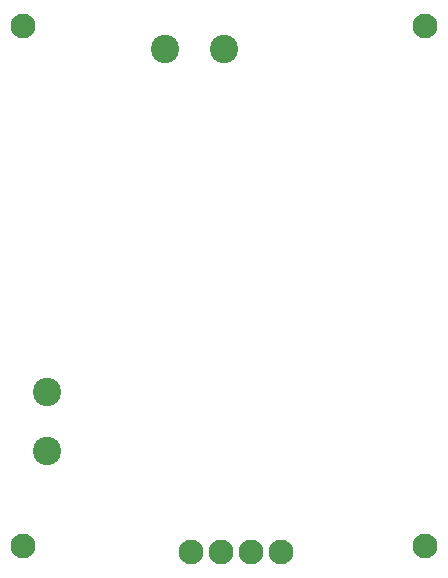
<source format=gbs>
G04*
G04 #@! TF.GenerationSoftware,Altium Limited,Altium Designer,22.7.1 (60)*
G04*
G04 Layer_Color=16711935*
%FSLAX44Y44*%
%MOMM*%
G71*
G04*
G04 #@! TF.SameCoordinates,B907E7F6-3D8B-4148-802C-DA242210B7AD*
G04*
G04*
G04 #@! TF.FilePolarity,Negative*
G04*
G01*
G75*
%ADD30C,2.1000*%
%ADD31C,2.4000*%
D30*
X197700Y25000D02*
D03*
X172300D02*
D03*
X370000Y470000D02*
D03*
Y30000D02*
D03*
X30000D02*
D03*
Y470000D02*
D03*
X223100Y25000D02*
D03*
X248500D02*
D03*
D31*
X50000Y160000D02*
D03*
Y110000D02*
D03*
X200000Y451000D02*
D03*
X150000D02*
D03*
M02*

</source>
